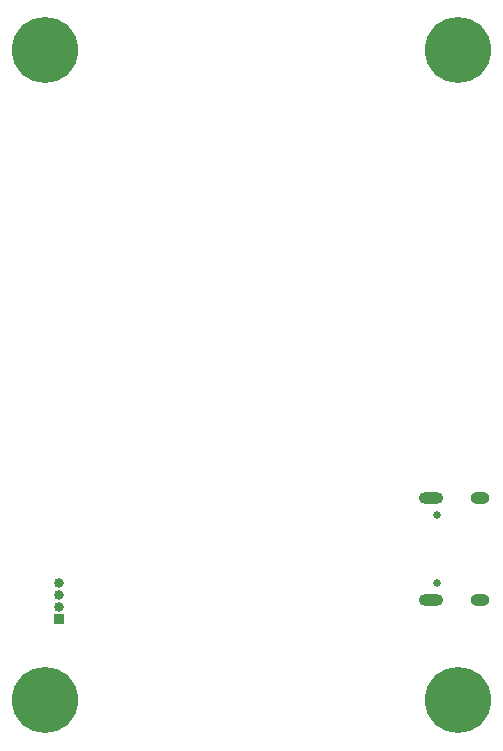
<source format=gbr>
%TF.GenerationSoftware,KiCad,Pcbnew,9.0.3*%
%TF.CreationDate,2025-12-02T23:18:34-08:00*%
%TF.ProjectId,AS 3,41532033-2e6b-4696-9361-645f70636258,V3*%
%TF.SameCoordinates,Original*%
%TF.FileFunction,Soldermask,Bot*%
%TF.FilePolarity,Negative*%
%FSLAX46Y46*%
G04 Gerber Fmt 4.6, Leading zero omitted, Abs format (unit mm)*
G04 Created by KiCad (PCBNEW 9.0.3) date 2025-12-02 23:18:34*
%MOMM*%
%LPD*%
G01*
G04 APERTURE LIST*
%ADD10C,3.600000*%
%ADD11C,5.600000*%
%ADD12R,0.840000X0.840000*%
%ADD13C,0.840000*%
%ADD14C,0.650000*%
%ADD15O,2.100000X1.000000*%
%ADD16O,1.600000X1.000000*%
G04 APERTURE END LIST*
D10*
%TO.C,H3*%
X90000000Y-110000000D03*
D11*
X90000000Y-110000000D03*
%TD*%
D12*
%TO.C,J2*%
X56200000Y-103100000D03*
D13*
X56200000Y-102100000D03*
X56200000Y-101100000D03*
X56200000Y-100100000D03*
%TD*%
D10*
%TO.C,H2*%
X90000000Y-55000000D03*
D11*
X90000000Y-55000000D03*
%TD*%
D10*
%TO.C,H4*%
X55000000Y-110000000D03*
D11*
X55000000Y-110000000D03*
%TD*%
D14*
%TO.C,J3*%
X88210000Y-100120000D03*
X88210000Y-94340000D03*
D15*
X87680000Y-101550000D03*
D16*
X91860000Y-101550000D03*
D15*
X87680000Y-92910000D03*
D16*
X91860000Y-92910000D03*
%TD*%
D10*
%TO.C,H1*%
X55000000Y-55000000D03*
D11*
X55000000Y-55000000D03*
%TD*%
M02*

</source>
